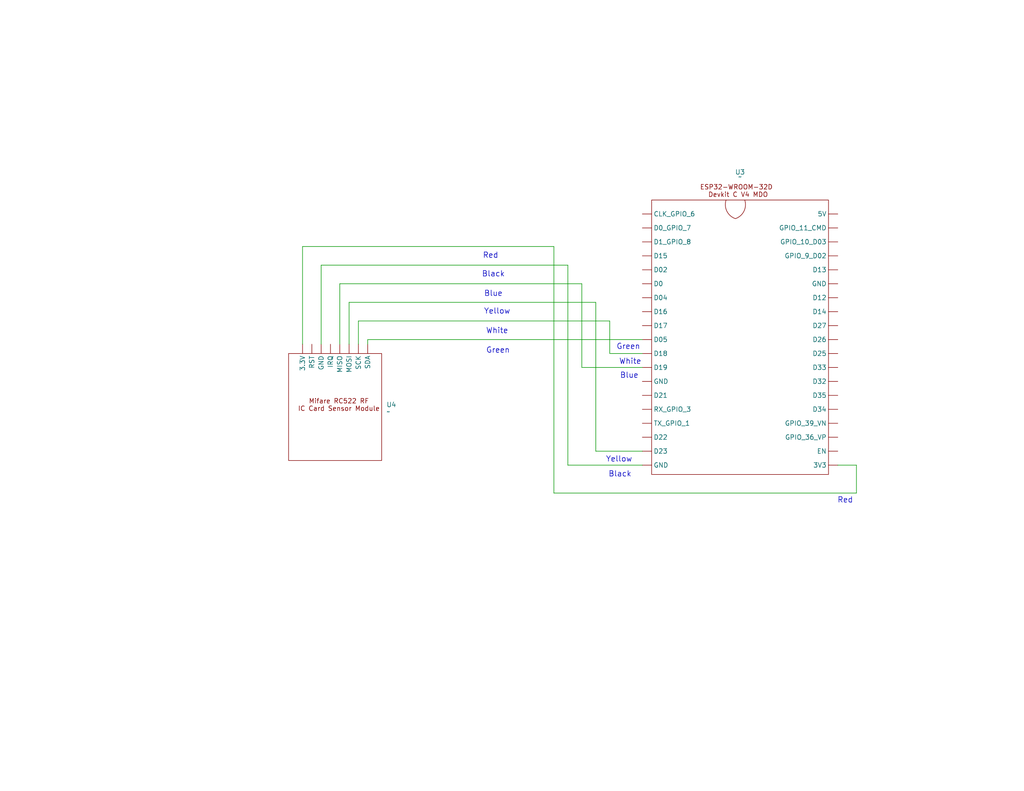
<source format=kicad_sch>
(kicad_sch (version 20231120) (generator "eeschema") (generator_version "8.0")
  (paper "USLetter")
  (title_block (title "RFIDwriter") (date "2025-04-24") (rev "Rev 0.9") (company "https://github.com/Mark-MDO47"))
  (lib_symbols
    (symbol "Mifare_RC522_RFID_R/W_1"
      (property "Reference" "U" (at -1.27 -18.288 0))
      (symbol "Mifare_RC522_RFID_R/W_1_0_1"
        (rectangle (start -12.7 13.97) (end 12.7 -15.24))
      )
      (symbol "Mifare_RC522_RFID_R/W_1_1_1"
        (text "Mifare RC522 RF\nIC Card Sensor Module" (at 1.016 0 0) (effects (font (size 1.27 1.27))))
        (pin power_in line (at -8.89 16.51 270) (length 2.54) (name "3.3V") (number ""))
        (pin power_in line (at -3.81 16.51 270) (length 2.54) (name "GND") (number ""))
        (pin output line (at -1.27 16.51 270) (length 2.54) (name "IRQ") (number ""))
        (pin output line (at 1.27 16.51 270) (length 2.54) (name "MISO") (number ""))
        (pin input line (at 3.81 16.51 270) (length 2.54) (name "MOSI") (number ""))
        (pin input line (at -6.35 16.51 270) (length 2.54) (name "RST") (number ""))
        (pin input line (at 6.35 16.51 270) (length 2.54) (name "SCK") (number ""))
        (pin input line (at 8.89 16.51 270) (length 2.54) (name "SDA") (number ""))
      )
    )
    (symbol "mdoLibrary:mdo_esp32d_devkit"
      (property "Reference" "U" (at 0 40.132 0))
      (symbol "mdo_esp32d_devkit_0_1"
        (rectangle (start -22.86 34.29) (end 25.4 -40.64))
      )
      (symbol "mdo_esp32d_devkit_1_1"
        (arc (start -2.54 34.29) (mid -2.322 31.224) (end 0 29.21))
        (arc (start 0 29.21) (mid 2.3221 31.2239) (end 2.54 34.29))
        (text "ESP32-WROOM-32D\n Devkit C V4 MDO" (at 0.254 36.83 0) (effects (font (size 1.27 1.27))))
        (pin power_out line (at 27.94 -38.1 180) (length 2.54) (name "3V3") (number ""))
        (pin power_in line (at 27.94 30.48 180) (length 2.54) (name "5V") (number ""))
        (pin bidirectional line (at -25.4 30.48 0) (length 2.54) (name "CLK_GPIO_6") (number ""))
        (pin bidirectional line (at -25.4 11.43 0) (length 2.54) (name "D0") (number ""))
        (pin bidirectional line (at -25.4 15.24 0) (length 2.54) (name "D02") (number ""))
        (pin bidirectional line (at -25.4 7.62 0) (length 2.54) (name "D04") (number ""))
        (pin bidirectional line (at -25.4 -3.81 0) (length 2.54) (name "D05") (number ""))
        (pin bidirectional line (at -25.4 26.67 0) (length 2.54) (name "D0_GPIO_7") (number ""))
        (pin bidirectional line (at 27.94 7.62 180) (length 2.54) (name "D12") (number ""))
        (pin bidirectional line (at 27.94 15.24 180) (length 2.54) (name "D13") (number ""))
        (pin bidirectional line (at 27.94 3.81 180) (length 2.54) (name "D14") (number ""))
        (pin bidirectional line (at -25.4 19.05 0) (length 2.54) (name "D15") (number ""))
        (pin bidirectional line (at -25.4 3.81 0) (length 2.54) (name "D16") (number ""))
        (pin bidirectional line (at -25.4 0 0) (length 2.54) (name "D17") (number ""))
        (pin bidirectional line (at -25.4 -7.62 0) (length 2.54) (name "D18") (number ""))
        (pin bidirectional line (at -25.4 -11.43 0) (length 2.54) (name "D19") (number ""))
        (pin bidirectional line (at -25.4 22.86 0) (length 2.54) (name "D1_GPIO_8") (number ""))
        (pin bidirectional line (at -25.4 -19.05 0) (length 2.54) (name "D21") (number ""))
        (pin bidirectional line (at -25.4 -30.48 0) (length 2.54) (name "D22") (number ""))
        (pin bidirectional line (at -25.4 -34.29 0) (length 2.54) (name "D23") (number ""))
        (pin bidirectional line (at 27.94 -7.62 180) (length 2.54) (name "D25") (number ""))
        (pin bidirectional line (at 27.94 -3.81 180) (length 2.54) (name "D26") (number ""))
        (pin bidirectional line (at 27.94 0 180) (length 2.54) (name "D27") (number ""))
        (pin bidirectional line (at 27.94 -15.24 180) (length 2.54) (name "D32") (number ""))
        (pin bidirectional line (at 27.94 -11.43 180) (length 2.54) (name "D33") (number ""))
        (pin bidirectional line (at 27.94 -22.86 180) (length 2.54) (name "D34") (number ""))
        (pin bidirectional line (at 27.94 -19.05 180) (length 2.54) (name "D35") (number ""))
        (pin bidirectional line (at 27.94 -34.29 180) (length 2.54) (name "EN") (number ""))
        (pin power_in line (at -25.4 -38.1 0) (length 2.54) (name "GND") (number ""))
        (pin power_in line (at -25.4 -15.24 0) (length 2.54) (name "GND") (number ""))
        (pin power_in line (at 27.94 11.43 180) (length 2.54) (name "GND") (number ""))
        (pin bidirectional line (at 27.94 22.86 180) (length 2.54) (name "GPIO_10_D03") (number ""))
        (pin output line (at 27.94 26.67 180) (length 2.54) (name "GPIO_11_CMD") (number ""))
        (pin input line (at 27.94 -30.48 180) (length 2.54) (name "GPIO_36_VP") (number ""))
        (pin input line (at 27.94 -26.67 180) (length 2.54) (name "GPIO_39_VN") (number ""))
        (pin bidirectional line (at 27.94 19.05 180) (length 2.54) (name "GPIO_9_D02") (number ""))
        (pin input line (at -25.4 -22.86 0) (length 2.54) (name "RX_GPIO_3") (number ""))
        (pin output line (at -25.4 -26.67 0) (length 2.54) (name "TX_GPIO_1") (number ""))
      )
    )
  )
  (wire (pts (xy 233.68 134.62) (xy 151.13 134.62)))
  (wire (pts (xy 151.13 67.31) (xy 82.55 67.31)))
  (wire (pts (xy 95.25 82.55) (xy 95.25 93.98)))
  (wire (pts (xy 97.79 87.63) (xy 97.79 93.98)))
  (wire (pts (xy 158.75 100.33) (xy 158.75 77.47)))
  (wire (pts (xy 87.63 72.39) (xy 87.63 93.98)))
  (wire (pts (xy 82.55 67.31) (xy 82.55 93.98)))
  (wire (pts (xy 166.37 87.63) (xy 97.79 87.63)))
  (wire (pts (xy 175.26 123.19) (xy 162.56 123.19)))
  (wire (pts (xy 233.68 127) (xy 233.68 134.62)))
  (wire (pts (xy 154.94 127) (xy 154.94 72.39)))
  (wire (pts (xy 92.71 77.47) (xy 92.71 93.98)))
  (wire (pts (xy 162.56 82.55) (xy 95.25 82.55)))
  (wire (pts (xy 154.94 72.39) (xy 87.63 72.39)))
  (wire (pts (xy 151.13 134.62) (xy 151.13 67.31)))
  (wire (pts (xy 175.26 127) (xy 154.94 127)))
  (wire (pts (xy 175.26 96.52) (xy 166.37 96.52)))
  (wire (pts (xy 175.26 92.71) (xy 100.33 92.71)))
  (wire (pts (xy 162.56 123.19) (xy 162.56 82.55)))
  (wire (pts (xy 175.26 100.33) (xy 158.75 100.33)))
  (wire (pts (xy 158.75 77.47) (xy 92.71 77.47)))
  (wire (pts (xy 228.6 127) (xy 233.68 127)))
  (wire (pts (xy 100.33 92.71) (xy 100.33 93.98)))
  (wire (pts (xy 166.37 96.52) (xy 166.37 87.63)))
  (text "Red" (at 230.632 136.652 0) (effects (font (size 1.5 1.5))))
  (text "Black" (at 134.62 74.93 0) (effects (font (size 1.5 1.5))))
  (text "Blue" (at 134.62 80.264 0) (effects (font (size 1.5 1.5))))
  (text "Blue" (at 171.704 102.616 0) (effects (font (size 1.5 1.5))))
  (text "Red" (at 133.858 69.85 0) (effects (font (size 1.5 1.5))))
  (text "Green\n" (at 135.89 95.758 0) (effects (font (size 1.5 1.5))))
  (text "Yellow" (at 135.636 85.09 0) (effects (font (size 1.5 1.5))))
  (text "White" (at 135.636 90.424 0) (effects (font (size 1.5 1.5))))
  (text "Yellow" (at 168.91 125.476 0) (effects (font (size 1.5 1.5))))
  (text "Black" (at 169.164 129.54 0) (effects (font (size 1.5 1.5))))
  (text "Green\n" (at 171.45 94.742 0) (effects (font (size 1.5 1.5))))
  (text "White" (at 171.958 98.806 0) (effects (font (size 1.5 1.5))))
  (symbol (lib_id "mdoLibrary:mdo_esp32d_devkit") (at 200.66 88.9 0) (unit 1)
    (property "Reference" "U3" (at 201.93 46.99 0))
    (property "Value" "~" (at 201.93 48.26 0))
  )
  (symbol (lib_name "Mifare_RC522_RFID_R/W_1") (lib_id "mdoLibrary:Mifare_RC522_RFID_R/W") (at 91.44 110.49 0) (unit 1)
    (property "Reference" "U4" (at 105.41 110.4899 0) (effects (justify left)))
    (property "Value" "~" (at 105.41 112.395 0) (effects (justify left)))
  )
)
</source>
